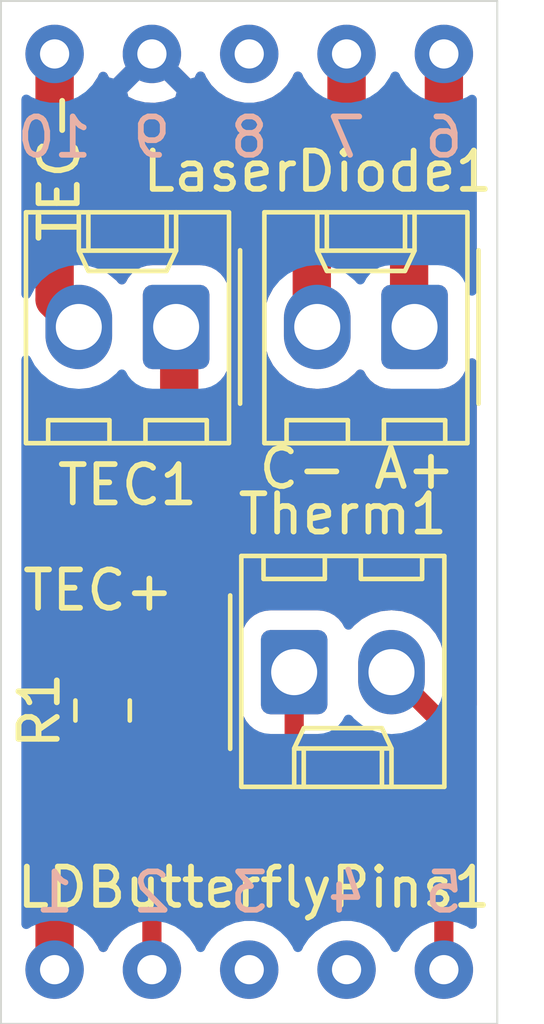
<source format=kicad_pcb>
(kicad_pcb (version 20171130) (host pcbnew "(5.1.2)-2")

  (general
    (thickness 1.6)
    (drawings 18)
    (tracks 18)
    (zones 0)
    (modules 5)
    (nets 12)
  )

  (page A4)
  (layers
    (0 F.Cu signal)
    (31 B.Cu signal)
    (32 B.Adhes user)
    (33 F.Adhes user)
    (34 B.Paste user)
    (35 F.Paste user)
    (36 B.SilkS user)
    (37 F.SilkS user)
    (38 B.Mask user)
    (39 F.Mask user)
    (40 Dwgs.User user)
    (41 Cmts.User user)
    (42 Eco1.User user)
    (43 Eco2.User user)
    (44 Edge.Cuts user)
    (45 Margin user)
    (46 B.CrtYd user)
    (47 F.CrtYd user)
    (48 B.Fab user)
    (49 F.Fab user)
  )

  (setup
    (last_trace_width 1)
    (user_trace_width 0.5)
    (user_trace_width 1)
    (trace_clearance 0.2)
    (zone_clearance 0.508)
    (zone_45_only no)
    (trace_min 0.2)
    (via_size 0.8)
    (via_drill 0.4)
    (via_min_size 0.4)
    (via_min_drill 0.3)
    (uvia_size 0.3)
    (uvia_drill 0.1)
    (uvias_allowed no)
    (uvia_min_size 0.2)
    (uvia_min_drill 0.1)
    (edge_width 0.05)
    (segment_width 0.2)
    (pcb_text_width 0.3)
    (pcb_text_size 1.5 1.5)
    (mod_edge_width 0.12)
    (mod_text_size 1 1)
    (mod_text_width 0.15)
    (pad_size 1.524 1.524)
    (pad_drill 0.762)
    (pad_to_mask_clearance 0.051)
    (solder_mask_min_width 0.25)
    (aux_axis_origin 0 0)
    (grid_origin 109.347 90.17)
    (visible_elements FFFFFF7F)
    (pcbplotparams
      (layerselection 0x010fc_ffffffff)
      (usegerberextensions false)
      (usegerberattributes false)
      (usegerberadvancedattributes false)
      (creategerberjobfile false)
      (excludeedgelayer true)
      (linewidth 0.100000)
      (plotframeref false)
      (viasonmask false)
      (mode 1)
      (useauxorigin false)
      (hpglpennumber 1)
      (hpglpenspeed 20)
      (hpglpendiameter 15.000000)
      (psnegative false)
      (psa4output false)
      (plotreference true)
      (plotvalue true)
      (plotinvisibletext false)
      (padsonsilk false)
      (subtractmaskfromsilk false)
      (outputformat 1)
      (mirror false)
      (drillshape 1)
      (scaleselection 1)
      (outputdirectory ""))
  )

  (net 0 "")
  (net 1 /LDCathode)
  (net 2 /LDAnode)
  (net 3 /TEC+Control)
  (net 4 /Therm1)
  (net 5 /Therm2)
  (net 6 "Net-(LDButterflyPins1-Pad4)")
  (net 7 "Net-(LDButterflyPins1-Pad3)")
  (net 8 /TEC-)
  (net 9 GND)
  (net 10 "Net-(LDButterflyPins1-Pad8)")
  (net 11 /TEC+)

  (net_class Default "This is the default net class."
    (clearance 0.2)
    (trace_width 0.25)
    (via_dia 0.8)
    (via_drill 0.4)
    (uvia_dia 0.3)
    (uvia_drill 0.1)
    (add_net /LDAnode)
    (add_net /LDCathode)
    (add_net /TEC+)
    (add_net /TEC+Control)
    (add_net /TEC-)
    (add_net /Therm1)
    (add_net /Therm2)
    (add_net GND)
    (add_net "Net-(LDButterflyPins1-Pad3)")
    (add_net "Net-(LDButterflyPins1-Pad4)")
    (add_net "Net-(LDButterflyPins1-Pad8)")
  )

  (module Connector_Molex:Molex_KK-254_AE-6410-02A_1x02_P2.54mm_Vertical (layer F.Cu) (tedit 5B78013E) (tstamp 5D7ABA76)
    (at 117 81)
    (descr "Molex KK-254 Interconnect System, old/engineering part number: AE-6410-02A example for new part number: 22-27-2021, 2 Pins (http://www.molex.com/pdm_docs/sd/022272021_sd.pdf), generated with kicad-footprint-generator")
    (tags "connector Molex KK-254 side entry")
    (path /5D7ADFEA)
    (fp_text reference Therm1 (at 1.27 -4.12) (layer F.SilkS)
      (effects (font (size 1 1) (thickness 0.15)))
    )
    (fp_text value Therm1 (at 1.27 4.08) (layer F.Fab)
      (effects (font (size 1 1) (thickness 0.15)))
    )
    (fp_text user %R (at 1.27 -2.22) (layer F.Fab)
      (effects (font (size 1 1) (thickness 0.15)))
    )
    (fp_line (start 4.31 -3.42) (end -1.77 -3.42) (layer F.CrtYd) (width 0.05))
    (fp_line (start 4.31 3.38) (end 4.31 -3.42) (layer F.CrtYd) (width 0.05))
    (fp_line (start -1.77 3.38) (end 4.31 3.38) (layer F.CrtYd) (width 0.05))
    (fp_line (start -1.77 -3.42) (end -1.77 3.38) (layer F.CrtYd) (width 0.05))
    (fp_line (start 3.34 -2.43) (end 3.34 -3.03) (layer F.SilkS) (width 0.12))
    (fp_line (start 1.74 -2.43) (end 3.34 -2.43) (layer F.SilkS) (width 0.12))
    (fp_line (start 1.74 -3.03) (end 1.74 -2.43) (layer F.SilkS) (width 0.12))
    (fp_line (start 0.8 -2.43) (end 0.8 -3.03) (layer F.SilkS) (width 0.12))
    (fp_line (start -0.8 -2.43) (end 0.8 -2.43) (layer F.SilkS) (width 0.12))
    (fp_line (start -0.8 -3.03) (end -0.8 -2.43) (layer F.SilkS) (width 0.12))
    (fp_line (start 2.29 2.99) (end 2.29 1.99) (layer F.SilkS) (width 0.12))
    (fp_line (start 0.25 2.99) (end 0.25 1.99) (layer F.SilkS) (width 0.12))
    (fp_line (start 2.29 1.46) (end 2.54 1.99) (layer F.SilkS) (width 0.12))
    (fp_line (start 0.25 1.46) (end 2.29 1.46) (layer F.SilkS) (width 0.12))
    (fp_line (start 0 1.99) (end 0.25 1.46) (layer F.SilkS) (width 0.12))
    (fp_line (start 2.54 1.99) (end 2.54 2.99) (layer F.SilkS) (width 0.12))
    (fp_line (start 0 1.99) (end 2.54 1.99) (layer F.SilkS) (width 0.12))
    (fp_line (start 0 2.99) (end 0 1.99) (layer F.SilkS) (width 0.12))
    (fp_line (start -0.562893 0) (end -1.27 0.5) (layer F.Fab) (width 0.1))
    (fp_line (start -1.27 -0.5) (end -0.562893 0) (layer F.Fab) (width 0.1))
    (fp_line (start -1.67 -2) (end -1.67 2) (layer F.SilkS) (width 0.12))
    (fp_line (start 3.92 -3.03) (end -1.38 -3.03) (layer F.SilkS) (width 0.12))
    (fp_line (start 3.92 2.99) (end 3.92 -3.03) (layer F.SilkS) (width 0.12))
    (fp_line (start -1.38 2.99) (end 3.92 2.99) (layer F.SilkS) (width 0.12))
    (fp_line (start -1.38 -3.03) (end -1.38 2.99) (layer F.SilkS) (width 0.12))
    (fp_line (start 3.81 -2.92) (end -1.27 -2.92) (layer F.Fab) (width 0.1))
    (fp_line (start 3.81 2.88) (end 3.81 -2.92) (layer F.Fab) (width 0.1))
    (fp_line (start -1.27 2.88) (end 3.81 2.88) (layer F.Fab) (width 0.1))
    (fp_line (start -1.27 -2.92) (end -1.27 2.88) (layer F.Fab) (width 0.1))
    (pad 2 thru_hole oval (at 2.54 0) (size 1.74 2.2) (drill 1.2) (layers *.Cu *.Mask)
      (net 5 /Therm2))
    (pad 1 thru_hole roundrect (at 0 0) (size 1.74 2.2) (drill 1.2) (layers *.Cu *.Mask) (roundrect_rratio 0.143678)
      (net 4 /Therm1))
    (model ${KISYS3DMOD}/Connector_Molex.3dshapes/Molex_KK-254_AE-6410-02A_1x02_P2.54mm_Vertical.wrl
      (at (xyz 0 0 0))
      (scale (xyz 1 1 1))
      (rotate (xyz 0 0 0))
    )
  )

  (module Connector_Molex:Molex_KK-254_AE-6410-02A_1x02_P2.54mm_Vertical (layer F.Cu) (tedit 5B78013E) (tstamp 5D7ABA52)
    (at 113.919 72 180)
    (descr "Molex KK-254 Interconnect System, old/engineering part number: AE-6410-02A example for new part number: 22-27-2021, 2 Pins (http://www.molex.com/pdm_docs/sd/022272021_sd.pdf), generated with kicad-footprint-generator")
    (tags "connector Molex KK-254 side entry")
    (path /5D7AD839)
    (fp_text reference TEC1 (at 1.27 -4.12) (layer F.SilkS)
      (effects (font (size 1 1) (thickness 0.15)))
    )
    (fp_text value TEC1 (at 1.27 4.08) (layer F.Fab)
      (effects (font (size 1 1) (thickness 0.15)))
    )
    (fp_text user %R (at 1.27 -2.22) (layer F.Fab)
      (effects (font (size 1 1) (thickness 0.15)))
    )
    (fp_line (start 4.31 -3.42) (end -1.77 -3.42) (layer F.CrtYd) (width 0.05))
    (fp_line (start 4.31 3.38) (end 4.31 -3.42) (layer F.CrtYd) (width 0.05))
    (fp_line (start -1.77 3.38) (end 4.31 3.38) (layer F.CrtYd) (width 0.05))
    (fp_line (start -1.77 -3.42) (end -1.77 3.38) (layer F.CrtYd) (width 0.05))
    (fp_line (start 3.34 -2.43) (end 3.34 -3.03) (layer F.SilkS) (width 0.12))
    (fp_line (start 1.74 -2.43) (end 3.34 -2.43) (layer F.SilkS) (width 0.12))
    (fp_line (start 1.74 -3.03) (end 1.74 -2.43) (layer F.SilkS) (width 0.12))
    (fp_line (start 0.8 -2.43) (end 0.8 -3.03) (layer F.SilkS) (width 0.12))
    (fp_line (start -0.8 -2.43) (end 0.8 -2.43) (layer F.SilkS) (width 0.12))
    (fp_line (start -0.8 -3.03) (end -0.8 -2.43) (layer F.SilkS) (width 0.12))
    (fp_line (start 2.29 2.99) (end 2.29 1.99) (layer F.SilkS) (width 0.12))
    (fp_line (start 0.25 2.99) (end 0.25 1.99) (layer F.SilkS) (width 0.12))
    (fp_line (start 2.29 1.46) (end 2.54 1.99) (layer F.SilkS) (width 0.12))
    (fp_line (start 0.25 1.46) (end 2.29 1.46) (layer F.SilkS) (width 0.12))
    (fp_line (start 0 1.99) (end 0.25 1.46) (layer F.SilkS) (width 0.12))
    (fp_line (start 2.54 1.99) (end 2.54 2.99) (layer F.SilkS) (width 0.12))
    (fp_line (start 0 1.99) (end 2.54 1.99) (layer F.SilkS) (width 0.12))
    (fp_line (start 0 2.99) (end 0 1.99) (layer F.SilkS) (width 0.12))
    (fp_line (start -0.562893 0) (end -1.27 0.5) (layer F.Fab) (width 0.1))
    (fp_line (start -1.27 -0.5) (end -0.562893 0) (layer F.Fab) (width 0.1))
    (fp_line (start -1.67 -2) (end -1.67 2) (layer F.SilkS) (width 0.12))
    (fp_line (start 3.92 -3.03) (end -1.38 -3.03) (layer F.SilkS) (width 0.12))
    (fp_line (start 3.92 2.99) (end 3.92 -3.03) (layer F.SilkS) (width 0.12))
    (fp_line (start -1.38 2.99) (end 3.92 2.99) (layer F.SilkS) (width 0.12))
    (fp_line (start -1.38 -3.03) (end -1.38 2.99) (layer F.SilkS) (width 0.12))
    (fp_line (start 3.81 -2.92) (end -1.27 -2.92) (layer F.Fab) (width 0.1))
    (fp_line (start 3.81 2.88) (end 3.81 -2.92) (layer F.Fab) (width 0.1))
    (fp_line (start -1.27 2.88) (end 3.81 2.88) (layer F.Fab) (width 0.1))
    (fp_line (start -1.27 -2.92) (end -1.27 2.88) (layer F.Fab) (width 0.1))
    (pad 2 thru_hole oval (at 2.54 0 180) (size 1.74 2.2) (drill 1.2) (layers *.Cu *.Mask)
      (net 8 /TEC-))
    (pad 1 thru_hole roundrect (at 0 0 180) (size 1.74 2.2) (drill 1.2) (layers *.Cu *.Mask) (roundrect_rratio 0.143678)
      (net 11 /TEC+))
    (model ${KISYS3DMOD}/Connector_Molex.3dshapes/Molex_KK-254_AE-6410-02A_1x02_P2.54mm_Vertical.wrl
      (at (xyz 0 0 0))
      (scale (xyz 1 1 1))
      (rotate (xyz 0 0 0))
    )
  )

  (module Resistor_SMD:R_0805_2012Metric_Pad1.15x1.40mm_HandSolder (layer F.Cu) (tedit 5B36C52B) (tstamp 5D7ABA2E)
    (at 112 82 90)
    (descr "Resistor SMD 0805 (2012 Metric), square (rectangular) end terminal, IPC_7351 nominal with elongated pad for handsoldering. (Body size source: https://docs.google.com/spreadsheets/d/1BsfQQcO9C6DZCsRaXUlFlo91Tg2WpOkGARC1WS5S8t0/edit?usp=sharing), generated with kicad-footprint-generator")
    (tags "resistor handsolder")
    (path /5D7AEEBE)
    (attr smd)
    (fp_text reference R1 (at 0 -1.65 90) (layer F.SilkS)
      (effects (font (size 1 1) (thickness 0.15)))
    )
    (fp_text value 50 (at 0 1.65 90) (layer F.Fab)
      (effects (font (size 1 1) (thickness 0.15)))
    )
    (fp_text user %R (at 0 0 90) (layer F.Fab)
      (effects (font (size 0.5 0.5) (thickness 0.08)))
    )
    (fp_line (start 1.85 0.95) (end -1.85 0.95) (layer F.CrtYd) (width 0.05))
    (fp_line (start 1.85 -0.95) (end 1.85 0.95) (layer F.CrtYd) (width 0.05))
    (fp_line (start -1.85 -0.95) (end 1.85 -0.95) (layer F.CrtYd) (width 0.05))
    (fp_line (start -1.85 0.95) (end -1.85 -0.95) (layer F.CrtYd) (width 0.05))
    (fp_line (start -0.261252 0.71) (end 0.261252 0.71) (layer F.SilkS) (width 0.12))
    (fp_line (start -0.261252 -0.71) (end 0.261252 -0.71) (layer F.SilkS) (width 0.12))
    (fp_line (start 1 0.6) (end -1 0.6) (layer F.Fab) (width 0.1))
    (fp_line (start 1 -0.6) (end 1 0.6) (layer F.Fab) (width 0.1))
    (fp_line (start -1 -0.6) (end 1 -0.6) (layer F.Fab) (width 0.1))
    (fp_line (start -1 0.6) (end -1 -0.6) (layer F.Fab) (width 0.1))
    (pad 2 smd roundrect (at 1.025 0 90) (size 1.15 1.4) (layers F.Cu F.Paste F.Mask) (roundrect_rratio 0.217391)
      (net 11 /TEC+))
    (pad 1 smd roundrect (at -1.025 0 90) (size 1.15 1.4) (layers F.Cu F.Paste F.Mask) (roundrect_rratio 0.217391)
      (net 3 /TEC+Control))
    (model ${KISYS3DMOD}/Resistor_SMD.3dshapes/R_0805_2012Metric.wrl
      (at (xyz 0 0 0))
      (scale (xyz 1 1 1))
      (rotate (xyz 0 0 0))
    )
  )

  (module MyFootprints:InnolumeButterflyGainChipPins (layer F.Cu) (tedit 5D7A6BB6) (tstamp 5D7ABA1D)
    (at 115.826999 76.818999)
    (path /5D7AC9D8)
    (fp_text reference LDButterflyPins1 (at 0.124001 9.795001) (layer F.SilkS)
      (effects (font (size 1 1) (thickness 0.15)))
    )
    (fp_text value LDButterflyPins (at 0 -0.5) (layer F.Fab)
      (effects (font (size 1 1) (thickness 0.15)))
    )
    (pad 1 thru_hole circle (at -5.08 11.938) (size 1.524 1.524) (drill 0.762) (layers *.Cu *.Mask)
      (net 3 /TEC+Control))
    (pad 2 thru_hole circle (at -2.54 11.938) (size 1.524 1.524) (drill 0.762) (layers *.Cu *.Mask)
      (net 4 /Therm1))
    (pad 5 thru_hole circle (at 5.08 11.938) (size 1.524 1.524) (drill 0.762) (layers *.Cu *.Mask)
      (net 5 /Therm2))
    (pad 4 thru_hole circle (at 2.54 11.938) (size 1.524 1.524) (drill 0.762) (layers *.Cu *.Mask)
      (net 6 "Net-(LDButterflyPins1-Pad4)"))
    (pad 3 thru_hole circle (at 0 11.938) (size 1.524 1.524) (drill 0.762) (layers *.Cu *.Mask)
      (net 7 "Net-(LDButterflyPins1-Pad3)"))
    (pad 10 thru_hole circle (at -5.08 -11.938) (size 1.524 1.524) (drill 0.762) (layers *.Cu *.Mask)
      (net 8 /TEC-))
    (pad 9 thru_hole circle (at -2.54 -11.938) (size 1.524 1.524) (drill 0.762) (layers *.Cu *.Mask)
      (net 9 GND))
    (pad 6 thru_hole circle (at 5.08 -11.938) (size 1.524 1.524) (drill 0.762) (layers *.Cu *.Mask)
      (net 2 /LDAnode))
    (pad 7 thru_hole circle (at 2.54 -11.938) (size 1.524 1.524) (drill 0.762) (layers *.Cu *.Mask)
      (net 1 /LDCathode))
    (pad 8 thru_hole circle (at 0 -11.938) (size 1.524 1.524) (drill 0.762) (layers *.Cu *.Mask)
      (net 10 "Net-(LDButterflyPins1-Pad8)"))
  )

  (module Connector_Molex:Molex_KK-254_AE-6410-02A_1x02_P2.54mm_Vertical (layer F.Cu) (tedit 5B78013E) (tstamp 5D7ABA0F)
    (at 120.142 72 180)
    (descr "Molex KK-254 Interconnect System, old/engineering part number: AE-6410-02A example for new part number: 22-27-2021, 2 Pins (http://www.molex.com/pdm_docs/sd/022272021_sd.pdf), generated with kicad-footprint-generator")
    (tags "connector Molex KK-254 side entry")
    (path /5D7AE7BA)
    (fp_text reference LaserDiode1 (at 2.525 4.055) (layer F.SilkS)
      (effects (font (size 1 1) (thickness 0.15)))
    )
    (fp_text value LaserDiode1 (at 1.27 4.08) (layer F.Fab)
      (effects (font (size 1 1) (thickness 0.15)))
    )
    (fp_text user %R (at 1.27 -2.22) (layer F.Fab)
      (effects (font (size 1 1) (thickness 0.15)))
    )
    (fp_line (start 4.31 -3.42) (end -1.77 -3.42) (layer F.CrtYd) (width 0.05))
    (fp_line (start 4.31 3.38) (end 4.31 -3.42) (layer F.CrtYd) (width 0.05))
    (fp_line (start -1.77 3.38) (end 4.31 3.38) (layer F.CrtYd) (width 0.05))
    (fp_line (start -1.77 -3.42) (end -1.77 3.38) (layer F.CrtYd) (width 0.05))
    (fp_line (start 3.34 -2.43) (end 3.34 -3.03) (layer F.SilkS) (width 0.12))
    (fp_line (start 1.74 -2.43) (end 3.34 -2.43) (layer F.SilkS) (width 0.12))
    (fp_line (start 1.74 -3.03) (end 1.74 -2.43) (layer F.SilkS) (width 0.12))
    (fp_line (start 0.8 -2.43) (end 0.8 -3.03) (layer F.SilkS) (width 0.12))
    (fp_line (start -0.8 -2.43) (end 0.8 -2.43) (layer F.SilkS) (width 0.12))
    (fp_line (start -0.8 -3.03) (end -0.8 -2.43) (layer F.SilkS) (width 0.12))
    (fp_line (start 2.29 2.99) (end 2.29 1.99) (layer F.SilkS) (width 0.12))
    (fp_line (start 0.25 2.99) (end 0.25 1.99) (layer F.SilkS) (width 0.12))
    (fp_line (start 2.29 1.46) (end 2.54 1.99) (layer F.SilkS) (width 0.12))
    (fp_line (start 0.25 1.46) (end 2.29 1.46) (layer F.SilkS) (width 0.12))
    (fp_line (start 0 1.99) (end 0.25 1.46) (layer F.SilkS) (width 0.12))
    (fp_line (start 2.54 1.99) (end 2.54 2.99) (layer F.SilkS) (width 0.12))
    (fp_line (start 0 1.99) (end 2.54 1.99) (layer F.SilkS) (width 0.12))
    (fp_line (start 0 2.99) (end 0 1.99) (layer F.SilkS) (width 0.12))
    (fp_line (start -0.562893 0) (end -1.27 0.5) (layer F.Fab) (width 0.1))
    (fp_line (start -1.27 -0.5) (end -0.562893 0) (layer F.Fab) (width 0.1))
    (fp_line (start -1.67 -2) (end -1.67 2) (layer F.SilkS) (width 0.12))
    (fp_line (start 3.92 -3.03) (end -1.38 -3.03) (layer F.SilkS) (width 0.12))
    (fp_line (start 3.92 2.99) (end 3.92 -3.03) (layer F.SilkS) (width 0.12))
    (fp_line (start -1.38 2.99) (end 3.92 2.99) (layer F.SilkS) (width 0.12))
    (fp_line (start -1.38 -3.03) (end -1.38 2.99) (layer F.SilkS) (width 0.12))
    (fp_line (start 3.81 -2.92) (end -1.27 -2.92) (layer F.Fab) (width 0.1))
    (fp_line (start 3.81 2.88) (end 3.81 -2.92) (layer F.Fab) (width 0.1))
    (fp_line (start -1.27 2.88) (end 3.81 2.88) (layer F.Fab) (width 0.1))
    (fp_line (start -1.27 -2.92) (end -1.27 2.88) (layer F.Fab) (width 0.1))
    (pad 2 thru_hole oval (at 2.54 0 180) (size 1.74 2.2) (drill 1.2) (layers *.Cu *.Mask)
      (net 1 /LDCathode))
    (pad 1 thru_hole roundrect (at 0 0 180) (size 1.74 2.2) (drill 1.2) (layers *.Cu *.Mask) (roundrect_rratio 0.143678)
      (net 2 /LDAnode))
    (model ${KISYS3DMOD}/Connector_Molex.3dshapes/Molex_KK-254_AE-6410-02A_1x02_P2.54mm_Vertical.wrl
      (at (xyz 0 0 0))
      (scale (xyz 1 1 1))
      (rotate (xyz 0 0 0))
    )
  )

  (gr_text 10 (at 110.744 67.056) (layer B.SilkS)
    (effects (font (size 1 1) (thickness 0.15)) (justify mirror))
  )
  (gr_text 9 (at 113.284 67.056) (layer B.SilkS)
    (effects (font (size 1 1) (thickness 0.15)) (justify mirror))
  )
  (gr_text 8 (at 115.824 67.056) (layer B.SilkS)
    (effects (font (size 1 1) (thickness 0.15)) (justify mirror))
  )
  (gr_text 7 (at 118.364 67.056) (layer B.SilkS)
    (effects (font (size 1 1) (thickness 0.15)) (justify mirror))
  )
  (gr_text 6 (at 120.904 67.056) (layer B.SilkS)
    (effects (font (size 1 1) (thickness 0.15)) (justify mirror))
  )
  (gr_text 5 (at 120.904 86.741) (layer B.SilkS)
    (effects (font (size 1 1) (thickness 0.15)) (justify mirror))
  )
  (gr_text 4 (at 118.364 86.741) (layer B.SilkS)
    (effects (font (size 1 1) (thickness 0.15)) (justify mirror))
  )
  (gr_text 3 (at 115.824 86.741) (layer B.SilkS)
    (effects (font (size 1 1) (thickness 0.15)) (justify mirror))
  )
  (gr_text 2 (at 113.284 86.741) (layer B.SilkS)
    (effects (font (size 1 1) (thickness 0.15)) (justify mirror))
  )
  (gr_text 1 (at 110.744 86.741) (layer B.SilkS)
    (effects (font (size 1 1) (thickness 0.15)) (justify mirror))
  )
  (gr_text TEC+ (at 111.887 78.867) (layer F.SilkS)
    (effects (font (size 1 1) (thickness 0.15)))
  )
  (gr_text TEC- (at 110.871 67.818 90) (layer F.SilkS)
    (effects (font (size 1 1) (thickness 0.15)))
  )
  (gr_text A+ (at 120.142 75.692) (layer F.SilkS)
    (effects (font (size 1 1) (thickness 0.15)))
  )
  (gr_text C- (at 117.221 75.692) (layer F.SilkS)
    (effects (font (size 1 1) (thickness 0.15)))
  )
  (gr_line (start 109.347 63.5) (end 122.301 63.5) (layer Edge.Cuts) (width 0.05))
  (gr_line (start 109.347 90.17) (end 109.347 63.5) (layer Edge.Cuts) (width 0.05) (tstamp 5D7ABEEA))
  (gr_line (start 122.301 90.17) (end 109.347 90.17) (layer Edge.Cuts) (width 0.05))
  (gr_line (start 122.301 63.5) (end 122.301 90.17) (layer Edge.Cuts) (width 0.05))

  (segment (start 118.366999 67.180001) (end 118.366999 64.880999) (width 1) (layer F.Cu) (net 1))
  (segment (start 117.46 72) (end 117.46 68.087) (width 1) (layer F.Cu) (net 1))
  (segment (start 117.46 68.087) (end 118.366999 67.180001) (width 1) (layer F.Cu) (net 1))
  (segment (start 120.906999 67.815001) (end 120.906999 64.880999) (width 1) (layer F.Cu) (net 2))
  (segment (start 120 72) (end 120 68.722) (width 1) (layer F.Cu) (net 2))
  (segment (start 120 68.722) (end 120.906999 67.815001) (width 1) (layer F.Cu) (net 2))
  (segment (start 110.746999 84.278001) (end 112 83.025) (width 1) (layer F.Cu) (net 3))
  (segment (start 110.746999 88.756999) (end 110.746999 84.278001) (width 1) (layer F.Cu) (net 3))
  (segment (start 117 83.66) (end 117 81) (width 0.5) (layer F.Cu) (net 4))
  (segment (start 113.286999 88.756999) (end 113.286999 87.373001) (width 0.5) (layer F.Cu) (net 4))
  (segment (start 113.286999 87.373001) (end 117 83.66) (width 0.5) (layer F.Cu) (net 4))
  (segment (start 120.906999 82.366999) (end 119.54 81) (width 0.5) (layer F.Cu) (net 5))
  (segment (start 120.906999 88.756999) (end 120.906999 82.366999) (width 0.5) (layer F.Cu) (net 5))
  (segment (start 110.746999 71.286999) (end 111.46 72) (width 1) (layer F.Cu) (net 8))
  (segment (start 110.746999 64.880999) (end 110.746999 71.286999) (width 1) (layer F.Cu) (net 8))
  (segment (start 114 75.23) (end 114 72) (width 1) (layer F.Cu) (net 11))
  (segment (start 112 80.975) (end 112 77.23) (width 1) (layer F.Cu) (net 11))
  (segment (start 112 77.23) (end 114 75.23) (width 1) (layer F.Cu) (net 11))

  (zone (net 9) (net_name GND) (layer F.Cu) (tstamp 0) (hatch edge 0.508)
    (connect_pads (clearance 0.508))
    (min_thickness 0.254)
    (fill yes (arc_segments 32) (thermal_gap 0.508) (thermal_bridge_width 0.508))
    (polygon
      (pts
        (xy 109.347 63.5) (xy 122.301 63.5) (xy 122.301 90.17) (xy 109.347 90.17)
      )
    )
    (filled_polygon
      (pts
        (xy 113.480747 64.866857) (xy 113.466604 64.880999) (xy 114.252564 65.666959) (xy 114.492655 65.599979) (xy 114.556484 65.464239)
        (xy 114.588994 65.542726) (xy 114.741879 65.771534) (xy 114.936464 65.966119) (xy 115.165272 66.119004) (xy 115.419509 66.224313)
        (xy 115.689407 66.277999) (xy 115.964591 66.277999) (xy 116.234489 66.224313) (xy 116.488726 66.119004) (xy 116.717534 65.966119)
        (xy 116.912119 65.771534) (xy 117.065004 65.542726) (xy 117.096999 65.465484) (xy 117.128994 65.542726) (xy 117.232 65.696884)
        (xy 117.231999 66.709869) (xy 116.69686 67.245009) (xy 116.653552 67.280551) (xy 116.511717 67.453377) (xy 116.455384 67.55877)
        (xy 116.406324 67.650554) (xy 116.341423 67.864502) (xy 116.319509 68.087) (xy 116.325001 68.142761) (xy 116.325 70.966458)
        (xy 116.204834 71.191275) (xy 116.118776 71.474968) (xy 116.097 71.696064) (xy 116.097 72.303935) (xy 116.118776 72.525031)
        (xy 116.204834 72.808724) (xy 116.344583 73.070178) (xy 116.532655 73.299345) (xy 116.761821 73.487417) (xy 117.023275 73.627166)
        (xy 117.306968 73.713224) (xy 117.602 73.742282) (xy 117.897031 73.713224) (xy 118.180724 73.627166) (xy 118.442178 73.487417)
        (xy 118.671345 73.299345) (xy 118.725066 73.233886) (xy 118.783595 73.343387) (xy 118.894038 73.477962) (xy 119.028613 73.588405)
        (xy 119.182149 73.670472) (xy 119.348745 73.721008) (xy 119.521999 73.738072) (xy 120.762001 73.738072) (xy 120.935255 73.721008)
        (xy 121.101851 73.670472) (xy 121.255387 73.588405) (xy 121.389962 73.477962) (xy 121.500405 73.343387) (xy 121.582472 73.189851)
        (xy 121.633008 73.023255) (xy 121.641 72.942107) (xy 121.641001 81.866349) (xy 121.563531 81.771952) (xy 121.563529 81.77195)
        (xy 121.535816 81.738182) (xy 121.502048 81.710469) (xy 121.045 81.253421) (xy 121.045 80.696064) (xy 121.023224 80.474968)
        (xy 120.937166 80.191275) (xy 120.797417 79.929821) (xy 120.609345 79.700655) (xy 120.380178 79.512583) (xy 120.118724 79.372834)
        (xy 119.835031 79.286776) (xy 119.54 79.257718) (xy 119.244968 79.286776) (xy 118.961275 79.372834) (xy 118.699821 79.512583)
        (xy 118.470655 79.700655) (xy 118.416935 79.766114) (xy 118.358405 79.656613) (xy 118.247962 79.522038) (xy 118.113387 79.411595)
        (xy 117.959851 79.329528) (xy 117.793255 79.278992) (xy 117.620001 79.261928) (xy 116.379999 79.261928) (xy 116.206745 79.278992)
        (xy 116.040149 79.329528) (xy 115.886613 79.411595) (xy 115.752038 79.522038) (xy 115.641595 79.656613) (xy 115.559528 79.810149)
        (xy 115.508992 79.976745) (xy 115.491928 80.149999) (xy 115.491928 81.850001) (xy 115.508992 82.023255) (xy 115.559528 82.189851)
        (xy 115.641595 82.343387) (xy 115.752038 82.477962) (xy 115.886613 82.588405) (xy 116.040149 82.670472) (xy 116.115 82.693178)
        (xy 116.115 83.293421) (xy 112.69195 86.716471) (xy 112.658183 86.744184) (xy 112.63047 86.777952) (xy 112.630467 86.777955)
        (xy 112.547589 86.878942) (xy 112.465411 87.032688) (xy 112.414804 87.199511) (xy 112.397718 87.373001) (xy 112.402 87.41648)
        (xy 112.402 87.66818) (xy 112.396464 87.671879) (xy 112.201879 87.866464) (xy 112.048994 88.095272) (xy 112.016999 88.172514)
        (xy 111.985004 88.095272) (xy 111.881999 87.941115) (xy 111.881999 84.748132) (xy 112.39206 84.238072) (xy 112.450001 84.238072)
        (xy 112.623255 84.221008) (xy 112.789851 84.170472) (xy 112.943387 84.088405) (xy 113.077962 83.977962) (xy 113.188405 83.843387)
        (xy 113.270472 83.689851) (xy 113.321008 83.523255) (xy 113.338072 83.350001) (xy 113.338072 82.699999) (xy 113.321008 82.526745)
        (xy 113.270472 82.360149) (xy 113.188405 82.206613) (xy 113.077962 82.072038) (xy 112.990184 82) (xy 113.077962 81.927962)
        (xy 113.188405 81.793387) (xy 113.270472 81.639851) (xy 113.321008 81.473255) (xy 113.338072 81.300001) (xy 113.338072 80.649999)
        (xy 113.321008 80.476745) (xy 113.270472 80.310149) (xy 113.188405 80.156613) (xy 113.135 80.091539) (xy 113.135 77.700131)
        (xy 114.763141 76.071991) (xy 114.806449 76.036449) (xy 114.948284 75.863623) (xy 115.053676 75.666447) (xy 115.118577 75.452499)
        (xy 115.135 75.285752) (xy 115.135 75.285751) (xy 115.140491 75.230001) (xy 115.135 75.174249) (xy 115.135 73.504193)
        (xy 115.166962 73.477962) (xy 115.277405 73.343387) (xy 115.359472 73.189851) (xy 115.410008 73.023255) (xy 115.427072 72.850001)
        (xy 115.427072 71.149999) (xy 115.410008 70.976745) (xy 115.359472 70.810149) (xy 115.277405 70.656613) (xy 115.166962 70.522038)
        (xy 115.032387 70.411595) (xy 114.878851 70.329528) (xy 114.712255 70.278992) (xy 114.539001 70.261928) (xy 113.298999 70.261928)
        (xy 113.125745 70.278992) (xy 112.959149 70.329528) (xy 112.805613 70.411595) (xy 112.671038 70.522038) (xy 112.560595 70.656613)
        (xy 112.502066 70.766114) (xy 112.448345 70.700655) (xy 112.219179 70.512583) (xy 111.957725 70.372834) (xy 111.881999 70.349863)
        (xy 111.881999 65.846564) (xy 112.501039 65.846564) (xy 112.568019 66.086655) (xy 112.817047 66.203755) (xy 113.084134 66.270022)
        (xy 113.359016 66.282909) (xy 113.631132 66.241921) (xy 113.890022 66.148635) (xy 114.005979 66.086655) (xy 114.072959 65.846564)
        (xy 113.286999 65.060604) (xy 112.501039 65.846564) (xy 111.881999 65.846564) (xy 111.881999 65.696883) (xy 111.985004 65.542726)
        (xy 112.014691 65.471056) (xy 112.019363 65.484022) (xy 112.081343 65.599979) (xy 112.321434 65.666959) (xy 113.107394 64.880999)
        (xy 113.093252 64.866857) (xy 113.272857 64.687252) (xy 113.286999 64.701394) (xy 113.301142 64.687252)
      )
    )
  )
  (zone (net 9) (net_name GND) (layer B.Cu) (tstamp 0) (hatch edge 0.508)
    (connect_pads (clearance 0.508))
    (min_thickness 0.254)
    (fill yes (arc_segments 32) (thermal_gap 0.508) (thermal_bridge_width 0.508))
    (polygon
      (pts
        (xy 109.347 63.5) (xy 122.301 63.5) (xy 122.301 90.17) (xy 109.347 90.17)
      )
    )
    (filled_polygon
      (pts
        (xy 113.480747 64.866857) (xy 113.466604 64.880999) (xy 114.252564 65.666959) (xy 114.492655 65.599979) (xy 114.556484 65.464239)
        (xy 114.588994 65.542726) (xy 114.741879 65.771534) (xy 114.936464 65.966119) (xy 115.165272 66.119004) (xy 115.419509 66.224313)
        (xy 115.689407 66.277999) (xy 115.964591 66.277999) (xy 116.234489 66.224313) (xy 116.488726 66.119004) (xy 116.717534 65.966119)
        (xy 116.912119 65.771534) (xy 117.065004 65.542726) (xy 117.096999 65.465484) (xy 117.128994 65.542726) (xy 117.281879 65.771534)
        (xy 117.476464 65.966119) (xy 117.705272 66.119004) (xy 117.959509 66.224313) (xy 118.229407 66.277999) (xy 118.504591 66.277999)
        (xy 118.774489 66.224313) (xy 119.028726 66.119004) (xy 119.257534 65.966119) (xy 119.452119 65.771534) (xy 119.605004 65.542726)
        (xy 119.636999 65.465484) (xy 119.668994 65.542726) (xy 119.821879 65.771534) (xy 120.016464 65.966119) (xy 120.245272 66.119004)
        (xy 120.499509 66.224313) (xy 120.769407 66.277999) (xy 121.044591 66.277999) (xy 121.314489 66.224313) (xy 121.568726 66.119004)
        (xy 121.641 66.070712) (xy 121.641 71.057892) (xy 121.633008 70.976745) (xy 121.582472 70.810149) (xy 121.500405 70.656613)
        (xy 121.389962 70.522038) (xy 121.255387 70.411595) (xy 121.101851 70.329528) (xy 120.935255 70.278992) (xy 120.762001 70.261928)
        (xy 119.521999 70.261928) (xy 119.348745 70.278992) (xy 119.182149 70.329528) (xy 119.028613 70.411595) (xy 118.894038 70.522038)
        (xy 118.783595 70.656613) (xy 118.725066 70.766114) (xy 118.671345 70.700655) (xy 118.442179 70.512583) (xy 118.180725 70.372834)
        (xy 117.897032 70.286776) (xy 117.602 70.257718) (xy 117.306969 70.286776) (xy 117.023276 70.372834) (xy 116.761822 70.512583)
        (xy 116.532655 70.700655) (xy 116.344583 70.929821) (xy 116.204834 71.191275) (xy 116.118776 71.474968) (xy 116.097 71.696064)
        (xy 116.097 72.303935) (xy 116.118776 72.525031) (xy 116.204834 72.808724) (xy 116.344583 73.070178) (xy 116.532655 73.299345)
        (xy 116.761821 73.487417) (xy 117.023275 73.627166) (xy 117.306968 73.713224) (xy 117.602 73.742282) (xy 117.897031 73.713224)
        (xy 118.180724 73.627166) (xy 118.442178 73.487417) (xy 118.671345 73.299345) (xy 118.725066 73.233886) (xy 118.783595 73.343387)
        (xy 118.894038 73.477962) (xy 119.028613 73.588405) (xy 119.182149 73.670472) (xy 119.348745 73.721008) (xy 119.521999 73.738072)
        (xy 120.762001 73.738072) (xy 120.935255 73.721008) (xy 121.101851 73.670472) (xy 121.255387 73.588405) (xy 121.389962 73.477962)
        (xy 121.500405 73.343387) (xy 121.582472 73.189851) (xy 121.633008 73.023255) (xy 121.641 72.942107) (xy 121.641001 87.567287)
        (xy 121.568726 87.518994) (xy 121.314489 87.413685) (xy 121.044591 87.359999) (xy 120.769407 87.359999) (xy 120.499509 87.413685)
        (xy 120.245272 87.518994) (xy 120.016464 87.671879) (xy 119.821879 87.866464) (xy 119.668994 88.095272) (xy 119.636999 88.172514)
        (xy 119.605004 88.095272) (xy 119.452119 87.866464) (xy 119.257534 87.671879) (xy 119.028726 87.518994) (xy 118.774489 87.413685)
        (xy 118.504591 87.359999) (xy 118.229407 87.359999) (xy 117.959509 87.413685) (xy 117.705272 87.518994) (xy 117.476464 87.671879)
        (xy 117.281879 87.866464) (xy 117.128994 88.095272) (xy 117.096999 88.172514) (xy 117.065004 88.095272) (xy 116.912119 87.866464)
        (xy 116.717534 87.671879) (xy 116.488726 87.518994) (xy 116.234489 87.413685) (xy 115.964591 87.359999) (xy 115.689407 87.359999)
        (xy 115.419509 87.413685) (xy 115.165272 87.518994) (xy 114.936464 87.671879) (xy 114.741879 87.866464) (xy 114.588994 88.095272)
        (xy 114.556999 88.172514) (xy 114.525004 88.095272) (xy 114.372119 87.866464) (xy 114.177534 87.671879) (xy 113.948726 87.518994)
        (xy 113.694489 87.413685) (xy 113.424591 87.359999) (xy 113.149407 87.359999) (xy 112.879509 87.413685) (xy 112.625272 87.518994)
        (xy 112.396464 87.671879) (xy 112.201879 87.866464) (xy 112.048994 88.095272) (xy 112.016999 88.172514) (xy 111.985004 88.095272)
        (xy 111.832119 87.866464) (xy 111.637534 87.671879) (xy 111.408726 87.518994) (xy 111.154489 87.413685) (xy 110.884591 87.359999)
        (xy 110.609407 87.359999) (xy 110.339509 87.413685) (xy 110.085272 87.518994) (xy 110.007 87.571294) (xy 110.007 80.149999)
        (xy 115.491928 80.149999) (xy 115.491928 81.850001) (xy 115.508992 82.023255) (xy 115.559528 82.189851) (xy 115.641595 82.343387)
        (xy 115.752038 82.477962) (xy 115.886613 82.588405) (xy 116.040149 82.670472) (xy 116.206745 82.721008) (xy 116.379999 82.738072)
        (xy 117.620001 82.738072) (xy 117.793255 82.721008) (xy 117.959851 82.670472) (xy 118.113387 82.588405) (xy 118.247962 82.477962)
        (xy 118.358405 82.343387) (xy 118.416934 82.233886) (xy 118.470655 82.299345) (xy 118.699822 82.487417) (xy 118.961276 82.627166)
        (xy 119.244969 82.713224) (xy 119.54 82.742282) (xy 119.835032 82.713224) (xy 120.118725 82.627166) (xy 120.380179 82.487417)
        (xy 120.609345 82.299345) (xy 120.797417 82.070179) (xy 120.937166 81.808724) (xy 121.023224 81.525031) (xy 121.045 81.303935)
        (xy 121.045 80.696064) (xy 121.023224 80.474968) (xy 120.937166 80.191275) (xy 120.797417 79.929821) (xy 120.609345 79.700655)
        (xy 120.380178 79.512583) (xy 120.118724 79.372834) (xy 119.835031 79.286776) (xy 119.54 79.257718) (xy 119.244968 79.286776)
        (xy 118.961275 79.372834) (xy 118.699821 79.512583) (xy 118.470655 79.700655) (xy 118.416935 79.766114) (xy 118.358405 79.656613)
        (xy 118.247962 79.522038) (xy 118.113387 79.411595) (xy 117.959851 79.329528) (xy 117.793255 79.278992) (xy 117.620001 79.261928)
        (xy 116.379999 79.261928) (xy 116.206745 79.278992) (xy 116.040149 79.329528) (xy 115.886613 79.411595) (xy 115.752038 79.522038)
        (xy 115.641595 79.656613) (xy 115.559528 79.810149) (xy 115.508992 79.976745) (xy 115.491928 80.149999) (xy 110.007 80.149999)
        (xy 110.007 72.855807) (xy 110.121583 73.070178) (xy 110.309655 73.299345) (xy 110.538821 73.487417) (xy 110.800275 73.627166)
        (xy 111.083968 73.713224) (xy 111.379 73.742282) (xy 111.674031 73.713224) (xy 111.957724 73.627166) (xy 112.219178 73.487417)
        (xy 112.448345 73.299345) (xy 112.502066 73.233886) (xy 112.560595 73.343387) (xy 112.671038 73.477962) (xy 112.805613 73.588405)
        (xy 112.959149 73.670472) (xy 113.125745 73.721008) (xy 113.298999 73.738072) (xy 114.539001 73.738072) (xy 114.712255 73.721008)
        (xy 114.878851 73.670472) (xy 115.032387 73.588405) (xy 115.166962 73.477962) (xy 115.277405 73.343387) (xy 115.359472 73.189851)
        (xy 115.410008 73.023255) (xy 115.427072 72.850001) (xy 115.427072 71.149999) (xy 115.410008 70.976745) (xy 115.359472 70.810149)
        (xy 115.277405 70.656613) (xy 115.166962 70.522038) (xy 115.032387 70.411595) (xy 114.878851 70.329528) (xy 114.712255 70.278992)
        (xy 114.539001 70.261928) (xy 113.298999 70.261928) (xy 113.125745 70.278992) (xy 112.959149 70.329528) (xy 112.805613 70.411595)
        (xy 112.671038 70.522038) (xy 112.560595 70.656613) (xy 112.502066 70.766114) (xy 112.448345 70.700655) (xy 112.219179 70.512583)
        (xy 111.957725 70.372834) (xy 111.674032 70.286776) (xy 111.379 70.257718) (xy 111.083969 70.286776) (xy 110.800276 70.372834)
        (xy 110.538822 70.512583) (xy 110.309655 70.700655) (xy 110.121583 70.929821) (xy 110.007 71.144192) (xy 110.007 66.066704)
        (xy 110.085272 66.119004) (xy 110.339509 66.224313) (xy 110.609407 66.277999) (xy 110.884591 66.277999) (xy 111.154489 66.224313)
        (xy 111.408726 66.119004) (xy 111.637534 65.966119) (xy 111.757089 65.846564) (xy 112.501039 65.846564) (xy 112.568019 66.086655)
        (xy 112.817047 66.203755) (xy 113.084134 66.270022) (xy 113.359016 66.282909) (xy 113.631132 66.241921) (xy 113.890022 66.148635)
        (xy 114.005979 66.086655) (xy 114.072959 65.846564) (xy 113.286999 65.060604) (xy 112.501039 65.846564) (xy 111.757089 65.846564)
        (xy 111.832119 65.771534) (xy 111.985004 65.542726) (xy 112.014691 65.471056) (xy 112.019363 65.484022) (xy 112.081343 65.599979)
        (xy 112.321434 65.666959) (xy 113.107394 64.880999) (xy 113.093252 64.866857) (xy 113.272857 64.687252) (xy 113.286999 64.701394)
        (xy 113.301142 64.687252)
      )
    )
  )
)

</source>
